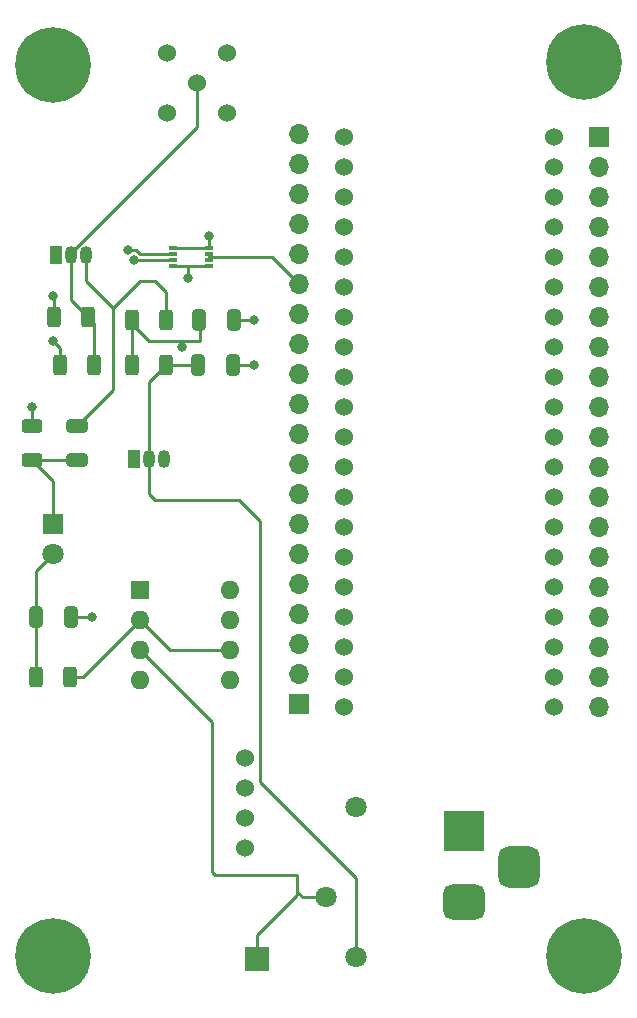
<source format=gbr>
%TF.GenerationSoftware,KiCad,Pcbnew,(6.0.7-1)-1*%
%TF.CreationDate,2022-09-12T11:25:08-04:00*%
%TF.ProjectId,LED_Pulser,4c45445f-5075-46c7-9365-722e6b696361,rev?*%
%TF.SameCoordinates,Original*%
%TF.FileFunction,Copper,L1,Top*%
%TF.FilePolarity,Positive*%
%FSLAX46Y46*%
G04 Gerber Fmt 4.6, Leading zero omitted, Abs format (unit mm)*
G04 Created by KiCad (PCBNEW (6.0.7-1)-1) date 2022-09-12 11:25:08*
%MOMM*%
%LPD*%
G01*
G04 APERTURE LIST*
G04 Aperture macros list*
%AMRoundRect*
0 Rectangle with rounded corners*
0 $1 Rounding radius*
0 $2 $3 $4 $5 $6 $7 $8 $9 X,Y pos of 4 corners*
0 Add a 4 corners polygon primitive as box body*
4,1,4,$2,$3,$4,$5,$6,$7,$8,$9,$2,$3,0*
0 Add four circle primitives for the rounded corners*
1,1,$1+$1,$2,$3*
1,1,$1+$1,$4,$5*
1,1,$1+$1,$6,$7*
1,1,$1+$1,$8,$9*
0 Add four rect primitives between the rounded corners*
20,1,$1+$1,$2,$3,$4,$5,0*
20,1,$1+$1,$4,$5,$6,$7,0*
20,1,$1+$1,$6,$7,$8,$9,0*
20,1,$1+$1,$8,$9,$2,$3,0*%
G04 Aperture macros list end*
%TA.AperFunction,ComponentPad*%
%ADD10C,6.400000*%
%TD*%
%TA.AperFunction,SMDPad,CuDef*%
%ADD11RoundRect,0.250000X0.625000X-0.312500X0.625000X0.312500X-0.625000X0.312500X-0.625000X-0.312500X0*%
%TD*%
%TA.AperFunction,SMDPad,CuDef*%
%ADD12RoundRect,0.250000X-0.312500X-0.625000X0.312500X-0.625000X0.312500X0.625000X-0.312500X0.625000X0*%
%TD*%
%TA.AperFunction,ComponentPad*%
%ADD13R,1.800000X1.800000*%
%TD*%
%TA.AperFunction,ComponentPad*%
%ADD14C,1.800000*%
%TD*%
%TA.AperFunction,ComponentPad*%
%ADD15R,1.700000X1.700000*%
%TD*%
%TA.AperFunction,ComponentPad*%
%ADD16O,1.700000X1.700000*%
%TD*%
%TA.AperFunction,ComponentPad*%
%ADD17C,1.524000*%
%TD*%
%TA.AperFunction,SMDPad,CuDef*%
%ADD18RoundRect,0.250000X-0.325000X-0.650000X0.325000X-0.650000X0.325000X0.650000X-0.325000X0.650000X0*%
%TD*%
%TA.AperFunction,ComponentPad*%
%ADD19R,1.600000X1.600000*%
%TD*%
%TA.AperFunction,ComponentPad*%
%ADD20O,1.600000X1.600000*%
%TD*%
%TA.AperFunction,SMDPad,CuDef*%
%ADD21R,2.000000X2.000000*%
%TD*%
%TA.AperFunction,ComponentPad*%
%ADD22R,1.050000X1.500000*%
%TD*%
%TA.AperFunction,ComponentPad*%
%ADD23O,1.050000X1.500000*%
%TD*%
%TA.AperFunction,ComponentPad*%
%ADD24R,3.500000X3.500000*%
%TD*%
%TA.AperFunction,ComponentPad*%
%ADD25RoundRect,0.750000X1.000000X-0.750000X1.000000X0.750000X-1.000000X0.750000X-1.000000X-0.750000X0*%
%TD*%
%TA.AperFunction,ComponentPad*%
%ADD26RoundRect,0.875000X0.875000X-0.875000X0.875000X0.875000X-0.875000X0.875000X-0.875000X-0.875000X0*%
%TD*%
%TA.AperFunction,SMDPad,CuDef*%
%ADD27R,0.800000X0.300000*%
%TD*%
%TA.AperFunction,SMDPad,CuDef*%
%ADD28RoundRect,0.250000X-0.650000X0.325000X-0.650000X-0.325000X0.650000X-0.325000X0.650000X0.325000X0*%
%TD*%
%TA.AperFunction,ViaPad*%
%ADD29C,0.800000*%
%TD*%
%TA.AperFunction,Conductor*%
%ADD30C,0.250000*%
%TD*%
G04 APERTURE END LIST*
D10*
%TO.P,H1,1,1*%
%TO.N,GND*%
X88900000Y-80264000D03*
%TD*%
D11*
%TO.P,R5,1*%
%TO.N,Net-(C4-Pad2)*%
X87122000Y-113730500D03*
%TO.P,R5,2*%
%TO.N,GND*%
X87122000Y-110805500D03*
%TD*%
D12*
%TO.P,R6,1*%
%TO.N,+15V*%
X95565500Y-101854000D03*
%TO.P,R6,2*%
%TO.N,Net-(C4-Pad1)*%
X98490500Y-101854000D03*
%TD*%
D13*
%TO.P,D1,1,K*%
%TO.N,Net-(C4-Pad2)*%
X88900000Y-119121000D03*
D14*
%TO.P,D1,2,A*%
%TO.N,Net-(C3-Pad1)*%
X88900000Y-121661000D03*
%TD*%
D15*
%TO.P,J2,1,Pin_1*%
%TO.N,Net-(J2-Pad1)*%
X109728000Y-134410000D03*
D16*
%TO.P,J2,2,Pin_2*%
%TO.N,Net-(J2-Pad2)*%
X109728000Y-131870000D03*
%TO.P,J2,3,Pin_3*%
%TO.N,GND*%
X109728000Y-129330000D03*
%TO.P,J2,4,Pin_4*%
%TO.N,Net-(J2-Pad4)*%
X109728000Y-126790000D03*
%TO.P,J2,5,Pin_5*%
%TO.N,Net-(J2-Pad5)*%
X109728000Y-124250000D03*
%TO.P,J2,6,Pin_6*%
%TO.N,Net-(J2-Pad6)*%
X109728000Y-121710000D03*
%TO.P,J2,7,Pin_7*%
%TO.N,Net-(J2-Pad7)*%
X109728000Y-119170000D03*
%TO.P,J2,8,Pin_8*%
%TO.N,GND*%
X109728000Y-116630000D03*
%TO.P,J2,9,Pin_9*%
%TO.N,Net-(J2-Pad9)*%
X109728000Y-114090000D03*
%TO.P,J2,10,Pin_10*%
%TO.N,Net-(J2-Pad10)*%
X109728000Y-111550000D03*
%TO.P,J2,11,Pin_11*%
%TO.N,Net-(J2-Pad11)*%
X109728000Y-109010000D03*
%TO.P,J2,12,Pin_12*%
%TO.N,Net-(J2-Pad12)*%
X109728000Y-106470000D03*
%TO.P,J2,13,Pin_13*%
%TO.N,GND*%
X109728000Y-103930000D03*
%TO.P,J2,14,Pin_14*%
%TO.N,Net-(J2-Pad14)*%
X109728000Y-101390000D03*
%TO.P,J2,15,Pin_15*%
%TO.N,Net-(J2-Pad15)*%
X109728000Y-98850000D03*
%TO.P,J2,16,Pin_16*%
%TO.N,Net-(J2-Pad16)*%
X109728000Y-96310000D03*
%TO.P,J2,17,Pin_17*%
%TO.N,Net-(J2-Pad17)*%
X109728000Y-93770000D03*
%TO.P,J2,18,Pin_18*%
%TO.N,GND*%
X109728000Y-91230000D03*
%TO.P,J2,19,Pin_19*%
%TO.N,Net-(J2-Pad19)*%
X109728000Y-88690000D03*
%TO.P,J2,20,Pin_20*%
%TO.N,Net-(J2-Pad20)*%
X109728000Y-86150000D03*
%TD*%
D10*
%TO.P,H2,1,1*%
%TO.N,GND*%
X133858000Y-80010000D03*
%TD*%
%TO.P,H3,1,1*%
%TO.N,GND*%
X133858000Y-155702000D03*
%TD*%
D17*
%TO.P,U4,1,GPIO0*%
%TO.N,Net-(J2-Pad20)*%
X113538000Y-86330000D03*
%TO.P,U4,2,GPIO1*%
%TO.N,Net-(J2-Pad19)*%
X113538000Y-88870000D03*
%TO.P,U4,3,GND*%
%TO.N,GND*%
X113538000Y-91410000D03*
%TO.P,U4,4,GPIO2*%
%TO.N,Net-(J2-Pad17)*%
X113538000Y-93950000D03*
%TO.P,U4,5,GPIO3*%
%TO.N,Net-(J2-Pad16)*%
X113538000Y-96490000D03*
%TO.P,U4,6,GPIO4*%
%TO.N,Net-(J2-Pad15)*%
X113538000Y-99030000D03*
%TO.P,U4,7,GPIO5*%
%TO.N,Net-(J2-Pad14)*%
X113538000Y-101570000D03*
%TO.P,U4,8,GND*%
%TO.N,GND*%
X113538000Y-104110000D03*
%TO.P,U4,9,GPIO6*%
%TO.N,Net-(J2-Pad12)*%
X113538000Y-106650000D03*
%TO.P,U4,10,GPIO7*%
%TO.N,Net-(J2-Pad11)*%
X113538000Y-109190000D03*
%TO.P,U4,11,GPIO8*%
%TO.N,Net-(J2-Pad10)*%
X113538000Y-111730000D03*
%TO.P,U4,12,GPIO9*%
%TO.N,Net-(J2-Pad9)*%
X113538000Y-114270000D03*
%TO.P,U4,13,GND*%
%TO.N,GND*%
X113538000Y-116810000D03*
%TO.P,U4,14,GPIO10*%
%TO.N,Net-(J2-Pad7)*%
X113538000Y-119350000D03*
%TO.P,U4,15,GPIO11*%
%TO.N,Net-(J2-Pad6)*%
X113538000Y-121890000D03*
%TO.P,U4,16,GPIO12*%
%TO.N,Net-(J2-Pad5)*%
X113538000Y-124430000D03*
%TO.P,U4,17,GPIO13*%
%TO.N,Net-(J2-Pad4)*%
X113538000Y-126970000D03*
%TO.P,U4,18,GND*%
%TO.N,GND*%
X113538000Y-129510000D03*
%TO.P,U4,19,GPIO14*%
%TO.N,Net-(J2-Pad2)*%
X113538000Y-132050000D03*
%TO.P,U4,20,GPIO15*%
%TO.N,Net-(J2-Pad1)*%
X113538000Y-134590000D03*
%TO.P,U4,21,GPIO16*%
%TO.N,Net-(J3-Pad20)*%
X131318000Y-134590000D03*
%TO.P,U4,22,GPIO17*%
%TO.N,Net-(J3-Pad19)*%
X131318000Y-132050000D03*
%TO.P,U4,23,GND*%
%TO.N,GND*%
X131318000Y-129510000D03*
%TO.P,U4,24,GPIO18*%
%TO.N,Net-(J3-Pad17)*%
X131318000Y-126970000D03*
%TO.P,U4,25,GPIO19*%
%TO.N,Net-(J3-Pad16)*%
X131318000Y-124430000D03*
%TO.P,U4,26,GPIO20*%
%TO.N,Net-(J3-Pad15)*%
X131318000Y-121890000D03*
%TO.P,U4,27,GPIO21*%
%TO.N,Net-(J3-Pad14)*%
X131318000Y-119350000D03*
%TO.P,U4,28,GND*%
%TO.N,GND*%
X131318000Y-116810000D03*
%TO.P,U4,29,GPIO22*%
%TO.N,Net-(J3-Pad12)*%
X131318000Y-114270000D03*
%TO.P,U4,30,RUN*%
%TO.N,Net-(J3-Pad11)*%
X131318000Y-111730000D03*
%TO.P,U4,31,GPIO27_ADC0*%
%TO.N,Net-(J3-Pad10)*%
X131318000Y-109190000D03*
%TO.P,U4,32,GPIO27_ADC1*%
%TO.N,Net-(J3-Pad9)*%
X131318000Y-106650000D03*
%TO.P,U4,33,AGND*%
%TO.N,GND*%
X131318000Y-104110000D03*
%TO.P,U4,34,GPIO28_ADC2*%
%TO.N,Net-(J3-Pad7)*%
X131318000Y-101570000D03*
%TO.P,U4,35,ADC_VREF*%
%TO.N,Net-(J3-Pad6)*%
X131318000Y-99030000D03*
%TO.P,U4,36,3V3*%
%TO.N,Net-(J3-Pad5)*%
X131318000Y-96490000D03*
%TO.P,U4,37,3V3_EN*%
%TO.N,Net-(J3-Pad4)*%
X131318000Y-93950000D03*
%TO.P,U4,38,GND*%
%TO.N,GND*%
X131318000Y-91410000D03*
%TO.P,U4,39,VSYS*%
%TO.N,+3.3V*%
X131318000Y-88870000D03*
%TO.P,U4,40,VBUS*%
%TO.N,Net-(J3-Pad1)*%
X131318000Y-86330000D03*
%TD*%
D18*
%TO.P,C3,1*%
%TO.N,Net-(C3-Pad1)*%
X87474000Y-127000000D03*
%TO.P,C3,2*%
%TO.N,GND*%
X90424000Y-127000000D03*
%TD*%
D15*
%TO.P,J3,1,Pin_1*%
%TO.N,Net-(J3-Pad1)*%
X135128000Y-86360000D03*
D16*
%TO.P,J3,2,Pin_2*%
%TO.N,+3.3V*%
X135128000Y-88900000D03*
%TO.P,J3,3,Pin_3*%
%TO.N,GND*%
X135128000Y-91440000D03*
%TO.P,J3,4,Pin_4*%
%TO.N,Net-(J3-Pad4)*%
X135128000Y-93980000D03*
%TO.P,J3,5,Pin_5*%
%TO.N,Net-(J3-Pad5)*%
X135128000Y-96520000D03*
%TO.P,J3,6,Pin_6*%
%TO.N,Net-(J3-Pad6)*%
X135128000Y-99060000D03*
%TO.P,J3,7,Pin_7*%
%TO.N,Net-(J3-Pad7)*%
X135128000Y-101600000D03*
%TO.P,J3,8,Pin_8*%
%TO.N,GND*%
X135128000Y-104140000D03*
%TO.P,J3,9,Pin_9*%
%TO.N,Net-(J3-Pad9)*%
X135128000Y-106680000D03*
%TO.P,J3,10,Pin_10*%
%TO.N,Net-(J3-Pad10)*%
X135128000Y-109220000D03*
%TO.P,J3,11,Pin_11*%
%TO.N,Net-(J3-Pad11)*%
X135128000Y-111760000D03*
%TO.P,J3,12,Pin_12*%
%TO.N,Net-(J3-Pad12)*%
X135128000Y-114300000D03*
%TO.P,J3,13,Pin_13*%
%TO.N,GND*%
X135128000Y-116840000D03*
%TO.P,J3,14,Pin_14*%
%TO.N,Net-(J3-Pad14)*%
X135128000Y-119380000D03*
%TO.P,J3,15,Pin_15*%
%TO.N,Net-(J3-Pad15)*%
X135128000Y-121920000D03*
%TO.P,J3,16,Pin_16*%
%TO.N,Net-(J3-Pad16)*%
X135128000Y-124460000D03*
%TO.P,J3,17,Pin_17*%
%TO.N,Net-(J3-Pad17)*%
X135128000Y-127000000D03*
%TO.P,J3,18,Pin_18*%
%TO.N,GND*%
X135128000Y-129540000D03*
%TO.P,J3,19,Pin_19*%
%TO.N,Net-(J3-Pad19)*%
X135128000Y-132080000D03*
%TO.P,J3,20,Pin_20*%
%TO.N,Net-(J3-Pad20)*%
X135128000Y-134620000D03*
%TD*%
D19*
%TO.P,U2,1,NC*%
%TO.N,unconnected-(U2-Pad1)*%
X96266000Y-124724000D03*
D20*
%TO.P,U2,2,-*%
%TO.N,Net-(R4-Pad2)*%
X96266000Y-127264000D03*
%TO.P,U2,3,+*%
%TO.N,Net-(RV1-Pad2)*%
X96266000Y-129804000D03*
%TO.P,U2,4,V-*%
%TO.N,GND*%
X96266000Y-132344000D03*
%TO.P,U2,5,NC*%
%TO.N,unconnected-(U2-Pad5)*%
X103886000Y-132344000D03*
%TO.P,U2,6*%
%TO.N,Net-(R4-Pad2)*%
X103886000Y-129804000D03*
%TO.P,U2,7,V+*%
%TO.N,+15V*%
X103886000Y-127264000D03*
%TO.P,U2,8,NC*%
%TO.N,unconnected-(U2-Pad8)*%
X103886000Y-124724000D03*
%TD*%
D12*
%TO.P,R4,1*%
%TO.N,Net-(C3-Pad1)*%
X87437500Y-132080000D03*
%TO.P,R4,2*%
%TO.N,Net-(R4-Pad2)*%
X90362500Y-132080000D03*
%TD*%
D21*
%TO.P,TP1,1,1*%
%TO.N,Net-(RV1-Pad2)*%
X106172000Y-155956000D03*
%TD*%
D22*
%TO.P,U1,1*%
%TO.N,N/C*%
X95758000Y-113644000D03*
D23*
%TO.P,U1,2,K*%
%TO.N,Net-(RV1-Pad3)*%
X97028000Y-113644000D03*
%TO.P,U1,3,A*%
%TO.N,GND*%
X98298000Y-113644000D03*
%TD*%
D17*
%TO.P,U5,1,EN*%
%TO.N,unconnected-(U5-Pad1)*%
X105186000Y-138938000D03*
%TO.P,U5,2,VIN*%
%TO.N,+15V*%
X105186000Y-141478000D03*
%TO.P,U5,3,V3p3*%
%TO.N,+3.3V*%
X105186000Y-144018000D03*
%TO.P,U5,4,GND*%
%TO.N,GND*%
X105186000Y-146558000D03*
%TD*%
D12*
%TO.P,R3,1*%
%TO.N,+15V*%
X95565500Y-105664000D03*
%TO.P,R3,2*%
%TO.N,Net-(RV1-Pad3)*%
X98490500Y-105664000D03*
%TD*%
D24*
%TO.P,J42,1,In*%
%TO.N,+15V*%
X123698000Y-145130000D03*
D25*
%TO.P,J42,2,Ext*%
%TO.N,GND*%
X123698000Y-151130000D03*
D26*
%TO.P,J42,3*%
%TO.N,N/C*%
X128398000Y-148130000D03*
%TD*%
D14*
%TO.P,RV1,1,CCW*%
%TO.N,GND*%
X114554000Y-143130500D03*
%TO.P,RV1,2,WIPER*%
%TO.N,Net-(RV1-Pad2)*%
X112014000Y-150750500D03*
%TO.P,RV1,3,CW*%
%TO.N,Net-(RV1-Pad3)*%
X114554000Y-155830500D03*
%TD*%
D27*
%TO.P,U3,1,VCCA*%
%TO.N,+3.3V*%
X99034000Y-95770000D03*
%TO.P,U3,2,1A*%
%TO.N,Net-(R7-Pad1)*%
X99034000Y-96270000D03*
%TO.P,U3,3,2A*%
%TO.N,Net-(R8-Pad1)*%
X99034000Y-96770000D03*
%TO.P,U3,4,GND*%
%TO.N,GND*%
X99034000Y-97270000D03*
%TO.P,U3,5,DIR*%
X102134000Y-97270000D03*
%TO.P,U3,6,2B*%
%TO.N,Net-(J2-Pad15)*%
X102134000Y-96770000D03*
%TO.P,U3,7,1B*%
X102134000Y-96270000D03*
%TO.P,U3,8,VCCB*%
%TO.N,+3.3V*%
X102134000Y-95770000D03*
%TD*%
D22*
%TO.P,Q1,1,E*%
%TO.N,GND*%
X89154000Y-96372000D03*
D23*
%TO.P,Q1,2,B*%
%TO.N,Net-(J1-Pad1)*%
X90424000Y-96372000D03*
%TO.P,Q1,3,C*%
%TO.N,Net-(C4-Pad1)*%
X91694000Y-96372000D03*
%TD*%
D10*
%TO.P,H4,1,1*%
%TO.N,GND*%
X88900000Y-155702000D03*
%TD*%
D12*
%TO.P,R7,1*%
%TO.N,Net-(R7-Pad1)*%
X88961500Y-101600000D03*
%TO.P,R7,2*%
%TO.N,Net-(J1-Pad1)*%
X91886500Y-101600000D03*
%TD*%
D18*
%TO.P,C1,1*%
%TO.N,Net-(RV1-Pad3)*%
X101190000Y-105664000D03*
%TO.P,C1,2*%
%TO.N,GND*%
X104140000Y-105664000D03*
%TD*%
D28*
%TO.P,C4,1*%
%TO.N,Net-(C4-Pad1)*%
X90932000Y-110793000D03*
%TO.P,C4,2*%
%TO.N,Net-(C4-Pad2)*%
X90932000Y-113743000D03*
%TD*%
D12*
%TO.P,R8,1*%
%TO.N,Net-(R8-Pad1)*%
X89469500Y-105664000D03*
%TO.P,R8,2*%
%TO.N,Net-(J1-Pad1)*%
X92394500Y-105664000D03*
%TD*%
D17*
%TO.P,J1,1,In*%
%TO.N,Net-(J1-Pad1)*%
X101092000Y-81788000D03*
%TO.P,J1,2,Ext*%
%TO.N,GND*%
X103632000Y-79248000D03*
X103632000Y-84328000D03*
X98552000Y-84328000D03*
X98552000Y-79248000D03*
%TD*%
D18*
%TO.P,C2,1*%
%TO.N,+15V*%
X101268000Y-101854000D03*
%TO.P,C2,2*%
%TO.N,GND*%
X104218000Y-101854000D03*
%TD*%
D29*
%TO.N,GND*%
X100330000Y-98298000D03*
X92202000Y-127000000D03*
X105918000Y-105664000D03*
X87122000Y-109220000D03*
X105918000Y-101854000D03*
%TO.N,+15V*%
X99822000Y-104140000D03*
%TO.N,Net-(R7-Pad1)*%
X95241931Y-95918033D03*
X88900000Y-99822000D03*
%TO.N,Net-(R8-Pad1)*%
X95758000Y-96774000D03*
X88900000Y-103632000D03*
%TO.N,+3.3V*%
X102108000Y-94742000D03*
%TD*%
D30*
%TO.N,GND*%
X100342000Y-98286000D02*
X100330000Y-98298000D01*
X104218000Y-101854000D02*
X105918000Y-101854000D01*
X102134000Y-97270000D02*
X100342000Y-97270000D01*
X100342000Y-97270000D02*
X99034000Y-97270000D01*
X90424000Y-127000000D02*
X92202000Y-127000000D01*
X100342000Y-97270000D02*
X100342000Y-98286000D01*
X87122000Y-110805500D02*
X87122000Y-109220000D01*
X104140000Y-105664000D02*
X105918000Y-105664000D01*
%TO.N,+15V*%
X99822000Y-103632000D02*
X101346000Y-103632000D01*
X95565500Y-105664000D02*
X95565500Y-101854000D01*
X95565500Y-101854000D02*
X95565500Y-102169500D01*
X101346000Y-101932000D02*
X101268000Y-101854000D01*
X95565500Y-102169500D02*
X97028000Y-103632000D01*
X97028000Y-103632000D02*
X99822000Y-103632000D01*
X99822000Y-103632000D02*
X99822000Y-104140000D01*
X101346000Y-103632000D02*
X101346000Y-101932000D01*
%TO.N,Net-(C3-Pad1)*%
X87474000Y-123087000D02*
X88900000Y-121661000D01*
X87437500Y-132080000D02*
X87437500Y-127036500D01*
X87474000Y-127000000D02*
X87474000Y-123087000D01*
X87437500Y-127036500D02*
X87474000Y-127000000D01*
%TO.N,Net-(C4-Pad2)*%
X87122000Y-113730500D02*
X87134500Y-113743000D01*
X88900000Y-119121000D02*
X88900000Y-115508500D01*
X87134500Y-113743000D02*
X90932000Y-113743000D01*
X88900000Y-115508500D02*
X87122000Y-113730500D01*
%TO.N,Net-(C4-Pad1)*%
X91694000Y-98552000D02*
X91694000Y-96372000D01*
X93980000Y-100838000D02*
X91694000Y-98552000D01*
X96266000Y-98552000D02*
X97536000Y-98552000D01*
X93980000Y-107745000D02*
X93980000Y-100838000D01*
X98490500Y-99506500D02*
X98490500Y-101854000D01*
X97536000Y-98552000D02*
X98490500Y-99506500D01*
X90932000Y-110793000D02*
X93980000Y-107745000D01*
X93980000Y-100838000D02*
X96266000Y-98552000D01*
%TO.N,Net-(J1-Pad1)*%
X92394500Y-105664000D02*
X92394500Y-102108000D01*
X91886500Y-101600000D02*
X90424000Y-100137500D01*
X101092000Y-85479000D02*
X90424000Y-96147000D01*
X101092000Y-81788000D02*
X101092000Y-85479000D01*
X92394500Y-102108000D02*
X91886500Y-101600000D01*
X90424000Y-96147000D02*
X90424000Y-96372000D01*
X90424000Y-100137500D02*
X90424000Y-96372000D01*
%TO.N,Net-(R4-Pad2)*%
X103886000Y-129804000D02*
X98806000Y-129804000D01*
X91450000Y-132080000D02*
X90362500Y-132080000D01*
X96266000Y-127264000D02*
X91450000Y-132080000D01*
X98806000Y-129804000D02*
X96266000Y-127264000D01*
%TO.N,Net-(R7-Pad1)*%
X95927338Y-95918033D02*
X96279305Y-96270000D01*
X95241931Y-95918033D02*
X95927338Y-95918033D01*
X88961500Y-99883500D02*
X88900000Y-99822000D01*
X88961500Y-101600000D02*
X88961500Y-99883500D01*
X96279305Y-96270000D02*
X99034000Y-96270000D01*
%TO.N,Net-(R8-Pad1)*%
X89469500Y-104201500D02*
X88900000Y-103632000D01*
X89469500Y-105664000D02*
X89469500Y-104201500D01*
X95758000Y-96774000D02*
X95762000Y-96770000D01*
X95762000Y-96770000D02*
X99034000Y-96770000D01*
%TO.N,Net-(RV1-Pad2)*%
X110092500Y-150750500D02*
X109592000Y-150250000D01*
X109592000Y-150504000D02*
X109592000Y-150250000D01*
X109592000Y-150250000D02*
X109592000Y-148844000D01*
X106172000Y-153924000D02*
X109592000Y-150504000D01*
X102616000Y-148844000D02*
X102362000Y-148590000D01*
X102362000Y-148590000D02*
X102362000Y-135900000D01*
X106172000Y-155956000D02*
X106172000Y-153924000D01*
X112014000Y-150750500D02*
X110092500Y-150750500D01*
X102362000Y-135900000D02*
X96266000Y-129804000D01*
X109592000Y-148844000D02*
X102616000Y-148844000D01*
%TO.N,Net-(RV1-Pad3)*%
X97536000Y-117094000D02*
X104648000Y-117094000D01*
X106426000Y-140970000D02*
X114554000Y-149098000D01*
X114554000Y-149098000D02*
X114554000Y-155830500D01*
X97028000Y-113644000D02*
X97028000Y-107126500D01*
X97028000Y-113644000D02*
X97028000Y-116586000D01*
X104648000Y-117094000D02*
X106426000Y-118872000D01*
X97028000Y-107126500D02*
X98490500Y-105664000D01*
X97028000Y-116586000D02*
X97536000Y-117094000D01*
X101190000Y-105664000D02*
X98490500Y-105664000D01*
X106426000Y-118872000D02*
X106426000Y-140970000D01*
%TO.N,+3.3V*%
X102134000Y-94768000D02*
X102108000Y-94742000D01*
X102134000Y-95770000D02*
X102134000Y-94768000D01*
X99034000Y-95770000D02*
X102134000Y-95770000D01*
%TO.N,Net-(J2-Pad15)*%
X107424000Y-96546000D02*
X102134000Y-96546000D01*
X102134000Y-96546000D02*
X102134000Y-96770000D01*
X109728000Y-98850000D02*
X107424000Y-96546000D01*
X102134000Y-96270000D02*
X102134000Y-96546000D01*
%TD*%
M02*

</source>
